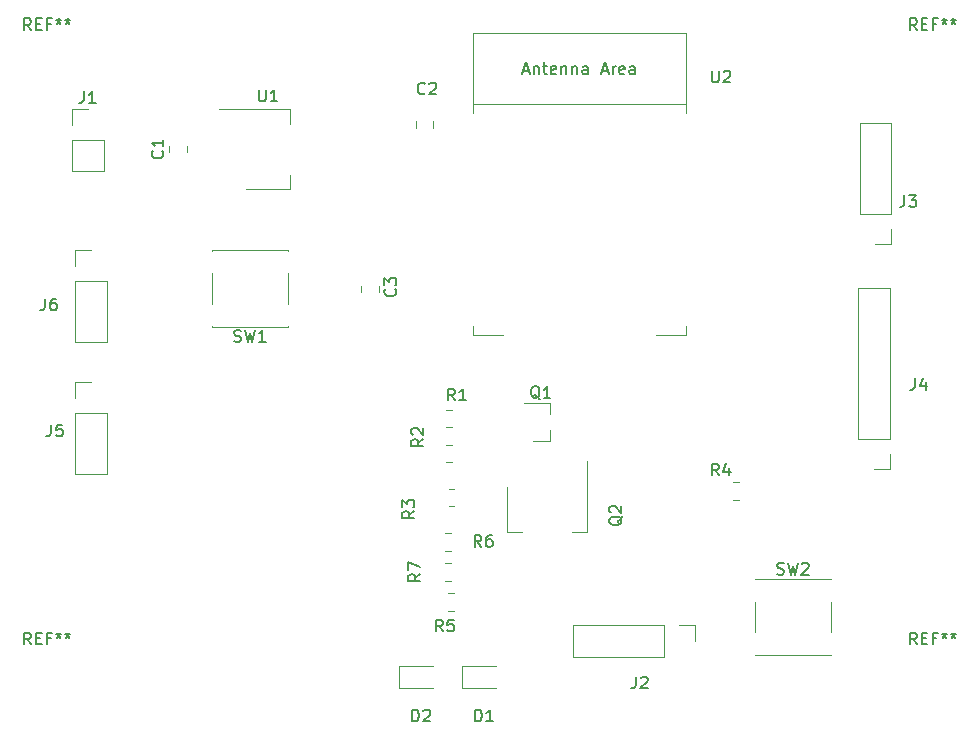
<source format=gbr>
%TF.GenerationSoftware,KiCad,Pcbnew,(5.1.2-1)-1*%
%TF.CreationDate,2022-01-27T07:40:46-05:00*%
%TF.ProjectId,project1-Juan,70726f6a-6563-4743-912d-4a75616e2e6b,rev?*%
%TF.SameCoordinates,Original*%
%TF.FileFunction,Legend,Top*%
%TF.FilePolarity,Positive*%
%FSLAX46Y46*%
G04 Gerber Fmt 4.6, Leading zero omitted, Abs format (unit mm)*
G04 Created by KiCad (PCBNEW (5.1.2-1)-1) date 2022-01-27 07:40:46*
%MOMM*%
%LPD*%
G04 APERTURE LIST*
%ADD10C,0.120000*%
%ADD11C,0.150000*%
G04 APERTURE END LIST*
D10*
%TO.C,Q2*%
X120758000Y-141696000D02*
X120758000Y-147706000D01*
X113938000Y-143946000D02*
X113938000Y-147706000D01*
X120758000Y-147706000D02*
X119498000Y-147706000D01*
X113938000Y-147706000D02*
X115198000Y-147706000D01*
%TO.C,R5*%
X108992936Y-152935000D02*
X109447064Y-152935000D01*
X108992936Y-154405000D02*
X109447064Y-154405000D01*
%TO.C,R6*%
X109198144Y-149319920D02*
X108744016Y-149319920D01*
X109198144Y-147849920D02*
X108744016Y-147849920D01*
%TO.C,R7*%
X108754176Y-151865000D02*
X109208304Y-151865000D01*
X108754176Y-150395000D02*
X109208304Y-150395000D01*
%TO.C,SW1*%
X88972000Y-130357000D02*
X88972000Y-130327000D01*
X88972000Y-123897000D02*
X88972000Y-123927000D01*
X95432000Y-123897000D02*
X95432000Y-123927000D01*
X95432000Y-130327000D02*
X95432000Y-130357000D01*
X88972000Y-128427000D02*
X88972000Y-125827000D01*
X95432000Y-130357000D02*
X88972000Y-130357000D01*
X95432000Y-128427000D02*
X95432000Y-125827000D01*
X95432000Y-123897000D02*
X88972000Y-123897000D01*
%TO.C,SW2*%
X134946000Y-158170000D02*
X141406000Y-158170000D01*
X134946000Y-153640000D02*
X134946000Y-156240000D01*
X134946000Y-151710000D02*
X141406000Y-151710000D01*
X141406000Y-153640000D02*
X141406000Y-156240000D01*
X134946000Y-151740000D02*
X134946000Y-151710000D01*
X134946000Y-158170000D02*
X134946000Y-158140000D01*
X141406000Y-158170000D02*
X141406000Y-158140000D01*
X141406000Y-151710000D02*
X141406000Y-151740000D01*
%TO.C,U1*%
X95636000Y-118726000D02*
X95636000Y-117466000D01*
X95636000Y-111906000D02*
X95636000Y-113166000D01*
X91876000Y-118726000D02*
X95636000Y-118726000D01*
X89626000Y-111906000D02*
X95636000Y-111906000D01*
%TO.C,J6*%
X77410000Y-131632000D02*
X80070000Y-131632000D01*
X77410000Y-126492000D02*
X77410000Y-131632000D01*
X80070000Y-126492000D02*
X80070000Y-131632000D01*
X77410000Y-126492000D02*
X80070000Y-126492000D01*
X77410000Y-125222000D02*
X77410000Y-123892000D01*
X77410000Y-123892000D02*
X78740000Y-123892000D01*
%TO.C,Q1*%
X117600000Y-140010000D02*
X117600000Y-139080000D01*
X117600000Y-136850000D02*
X117600000Y-137780000D01*
X117600000Y-136850000D02*
X115440000Y-136850000D01*
X117600000Y-140010000D02*
X116140000Y-140010000D01*
%TO.C,R1*%
X108835937Y-138870001D02*
X109290065Y-138870001D01*
X108835937Y-137400001D02*
X109290065Y-137400001D01*
%TO.C,R2*%
X108835937Y-140350001D02*
X109290065Y-140350001D01*
X108835937Y-141820001D02*
X109290065Y-141820001D01*
%TO.C,R3*%
X109069136Y-144050080D02*
X109523264Y-144050080D01*
X109069136Y-145520080D02*
X109523264Y-145520080D01*
%TO.C,R4*%
X133122936Y-145007000D02*
X133577064Y-145007000D01*
X133122936Y-143537000D02*
X133577064Y-143537000D01*
%TO.C,C2*%
X107699480Y-113484292D02*
X107699480Y-112961788D01*
X106229480Y-113484292D02*
X106229480Y-112961788D01*
%TO.C,J3*%
X146491000Y-113097000D02*
X143831000Y-113097000D01*
X146491000Y-120777000D02*
X146491000Y-113097000D01*
X143831000Y-120777000D02*
X143831000Y-113097000D01*
X146491000Y-120777000D02*
X143831000Y-120777000D01*
X146491000Y-122047000D02*
X146491000Y-123377000D01*
X146491000Y-123377000D02*
X145161000Y-123377000D01*
%TO.C,D2*%
X107680000Y-159060000D02*
X104820000Y-159060000D01*
X104820000Y-159060000D02*
X104820000Y-160980000D01*
X104820000Y-160980000D02*
X107680000Y-160980000D01*
%TO.C,C3*%
X103097000Y-126887248D02*
X103097000Y-127409752D01*
X101627000Y-126887248D02*
X101627000Y-127409752D01*
%TO.C,C1*%
X86841000Y-115555752D02*
X86841000Y-115033248D01*
X85371000Y-115555752D02*
X85371000Y-115033248D01*
%TO.C,U2*%
X111096001Y-105516001D02*
X111096001Y-112266001D01*
X129096001Y-105516001D02*
X129096001Y-112266001D01*
X111096001Y-131016001D02*
X111846001Y-131016001D01*
X111096001Y-130266001D02*
X111096001Y-131016001D01*
X129096001Y-131016001D02*
X128346001Y-131016001D01*
X129096001Y-130266001D02*
X129096001Y-131016001D01*
X129096001Y-111456001D02*
X111096001Y-111456001D01*
X111096001Y-105516001D02*
X129096001Y-105516001D01*
X111846001Y-131016001D02*
X113596001Y-131016001D01*
X128346001Y-131016001D02*
X126596001Y-131016001D01*
%TO.C,J5*%
X77410000Y-135068000D02*
X78740000Y-135068000D01*
X77410000Y-136398000D02*
X77410000Y-135068000D01*
X77410000Y-137668000D02*
X80070000Y-137668000D01*
X80070000Y-137668000D02*
X80070000Y-142808000D01*
X77410000Y-137668000D02*
X77410000Y-142808000D01*
X77410000Y-142808000D02*
X80070000Y-142808000D01*
%TO.C,J4*%
X146364000Y-127067000D02*
X143704000Y-127067000D01*
X146364000Y-139827000D02*
X146364000Y-127067000D01*
X143704000Y-139827000D02*
X143704000Y-127067000D01*
X146364000Y-139827000D02*
X143704000Y-139827000D01*
X146364000Y-141097000D02*
X146364000Y-142427000D01*
X146364000Y-142427000D02*
X145034000Y-142427000D01*
%TO.C,J1*%
X77156000Y-117154000D02*
X79816000Y-117154000D01*
X77156000Y-114554000D02*
X77156000Y-117154000D01*
X79816000Y-114554000D02*
X79816000Y-117154000D01*
X77156000Y-114554000D02*
X79816000Y-114554000D01*
X77156000Y-113284000D02*
X77156000Y-111954000D01*
X77156000Y-111954000D02*
X78486000Y-111954000D01*
%TO.C,J2*%
X129854000Y-155642000D02*
X129854000Y-156972000D01*
X128524000Y-155642000D02*
X129854000Y-155642000D01*
X127254000Y-155642000D02*
X127254000Y-158302000D01*
X127254000Y-158302000D02*
X119574000Y-158302000D01*
X127254000Y-155642000D02*
X119574000Y-155642000D01*
X119574000Y-155642000D02*
X119574000Y-158302000D01*
%TO.C,D1*%
X110145000Y-160980000D02*
X113005000Y-160980000D01*
X110145000Y-159060000D02*
X110145000Y-160980000D01*
X113005000Y-159060000D02*
X110145000Y-159060000D01*
%TO.C,Q2*%
D11*
X123737619Y-146399238D02*
X123690000Y-146494476D01*
X123594761Y-146589714D01*
X123451904Y-146732571D01*
X123404285Y-146827809D01*
X123404285Y-146923047D01*
X123642380Y-146875428D02*
X123594761Y-146970666D01*
X123499523Y-147065904D01*
X123309047Y-147113523D01*
X122975714Y-147113523D01*
X122785238Y-147065904D01*
X122690000Y-146970666D01*
X122642380Y-146875428D01*
X122642380Y-146684952D01*
X122690000Y-146589714D01*
X122785238Y-146494476D01*
X122975714Y-146446857D01*
X123309047Y-146446857D01*
X123499523Y-146494476D01*
X123594761Y-146589714D01*
X123642380Y-146684952D01*
X123642380Y-146875428D01*
X122737619Y-146065904D02*
X122690000Y-146018285D01*
X122642380Y-145923047D01*
X122642380Y-145684952D01*
X122690000Y-145589714D01*
X122737619Y-145542095D01*
X122832857Y-145494476D01*
X122928095Y-145494476D01*
X123070952Y-145542095D01*
X123642380Y-146113523D01*
X123642380Y-145494476D01*
%TO.C,REF\002A\002A*%
X148666666Y-157252380D02*
X148333333Y-156776190D01*
X148095238Y-157252380D02*
X148095238Y-156252380D01*
X148476190Y-156252380D01*
X148571428Y-156300000D01*
X148619047Y-156347619D01*
X148666666Y-156442857D01*
X148666666Y-156585714D01*
X148619047Y-156680952D01*
X148571428Y-156728571D01*
X148476190Y-156776190D01*
X148095238Y-156776190D01*
X149095238Y-156728571D02*
X149428571Y-156728571D01*
X149571428Y-157252380D02*
X149095238Y-157252380D01*
X149095238Y-156252380D01*
X149571428Y-156252380D01*
X150333333Y-156728571D02*
X150000000Y-156728571D01*
X150000000Y-157252380D02*
X150000000Y-156252380D01*
X150476190Y-156252380D01*
X151000000Y-156252380D02*
X151000000Y-156490476D01*
X150761904Y-156395238D02*
X151000000Y-156490476D01*
X151238095Y-156395238D01*
X150857142Y-156680952D02*
X151000000Y-156490476D01*
X151142857Y-156680952D01*
X151761904Y-156252380D02*
X151761904Y-156490476D01*
X151523809Y-156395238D02*
X151761904Y-156490476D01*
X152000000Y-156395238D01*
X151619047Y-156680952D02*
X151761904Y-156490476D01*
X151904761Y-156680952D01*
X148666666Y-105252380D02*
X148333333Y-104776190D01*
X148095238Y-105252380D02*
X148095238Y-104252380D01*
X148476190Y-104252380D01*
X148571428Y-104300000D01*
X148619047Y-104347619D01*
X148666666Y-104442857D01*
X148666666Y-104585714D01*
X148619047Y-104680952D01*
X148571428Y-104728571D01*
X148476190Y-104776190D01*
X148095238Y-104776190D01*
X149095238Y-104728571D02*
X149428571Y-104728571D01*
X149571428Y-105252380D02*
X149095238Y-105252380D01*
X149095238Y-104252380D01*
X149571428Y-104252380D01*
X150333333Y-104728571D02*
X150000000Y-104728571D01*
X150000000Y-105252380D02*
X150000000Y-104252380D01*
X150476190Y-104252380D01*
X151000000Y-104252380D02*
X151000000Y-104490476D01*
X150761904Y-104395238D02*
X151000000Y-104490476D01*
X151238095Y-104395238D01*
X150857142Y-104680952D02*
X151000000Y-104490476D01*
X151142857Y-104680952D01*
X151761904Y-104252380D02*
X151761904Y-104490476D01*
X151523809Y-104395238D02*
X151761904Y-104490476D01*
X152000000Y-104395238D01*
X151619047Y-104680952D02*
X151761904Y-104490476D01*
X151904761Y-104680952D01*
X73666666Y-105252380D02*
X73333333Y-104776190D01*
X73095238Y-105252380D02*
X73095238Y-104252380D01*
X73476190Y-104252380D01*
X73571428Y-104300000D01*
X73619047Y-104347619D01*
X73666666Y-104442857D01*
X73666666Y-104585714D01*
X73619047Y-104680952D01*
X73571428Y-104728571D01*
X73476190Y-104776190D01*
X73095238Y-104776190D01*
X74095238Y-104728571D02*
X74428571Y-104728571D01*
X74571428Y-105252380D02*
X74095238Y-105252380D01*
X74095238Y-104252380D01*
X74571428Y-104252380D01*
X75333333Y-104728571D02*
X75000000Y-104728571D01*
X75000000Y-105252380D02*
X75000000Y-104252380D01*
X75476190Y-104252380D01*
X76000000Y-104252380D02*
X76000000Y-104490476D01*
X75761904Y-104395238D02*
X76000000Y-104490476D01*
X76238095Y-104395238D01*
X75857142Y-104680952D02*
X76000000Y-104490476D01*
X76142857Y-104680952D01*
X76761904Y-104252380D02*
X76761904Y-104490476D01*
X76523809Y-104395238D02*
X76761904Y-104490476D01*
X77000000Y-104395238D01*
X76619047Y-104680952D02*
X76761904Y-104490476D01*
X76904761Y-104680952D01*
%TO.C,*%
%TO.C,REF\002A\002A*%
X73666666Y-157252380D02*
X73333333Y-156776190D01*
X73095238Y-157252380D02*
X73095238Y-156252380D01*
X73476190Y-156252380D01*
X73571428Y-156300000D01*
X73619047Y-156347619D01*
X73666666Y-156442857D01*
X73666666Y-156585714D01*
X73619047Y-156680952D01*
X73571428Y-156728571D01*
X73476190Y-156776190D01*
X73095238Y-156776190D01*
X74095238Y-156728571D02*
X74428571Y-156728571D01*
X74571428Y-157252380D02*
X74095238Y-157252380D01*
X74095238Y-156252380D01*
X74571428Y-156252380D01*
X75333333Y-156728571D02*
X75000000Y-156728571D01*
X75000000Y-157252380D02*
X75000000Y-156252380D01*
X75476190Y-156252380D01*
X76000000Y-156252380D02*
X76000000Y-156490476D01*
X75761904Y-156395238D02*
X76000000Y-156490476D01*
X76238095Y-156395238D01*
X75857142Y-156680952D02*
X76000000Y-156490476D01*
X76142857Y-156680952D01*
X76761904Y-156252380D02*
X76761904Y-156490476D01*
X76523809Y-156395238D02*
X76761904Y-156490476D01*
X77000000Y-156395238D01*
X76619047Y-156680952D02*
X76761904Y-156490476D01*
X76904761Y-156680952D01*
%TO.C,R5*%
X108545333Y-156154380D02*
X108212000Y-155678190D01*
X107973904Y-156154380D02*
X107973904Y-155154380D01*
X108354857Y-155154380D01*
X108450095Y-155202000D01*
X108497714Y-155249619D01*
X108545333Y-155344857D01*
X108545333Y-155487714D01*
X108497714Y-155582952D01*
X108450095Y-155630571D01*
X108354857Y-155678190D01*
X107973904Y-155678190D01*
X109450095Y-155154380D02*
X108973904Y-155154380D01*
X108926285Y-155630571D01*
X108973904Y-155582952D01*
X109069142Y-155535333D01*
X109307238Y-155535333D01*
X109402476Y-155582952D01*
X109450095Y-155630571D01*
X109497714Y-155725809D01*
X109497714Y-155963904D01*
X109450095Y-156059142D01*
X109402476Y-156106761D01*
X109307238Y-156154380D01*
X109069142Y-156154380D01*
X108973904Y-156106761D01*
X108926285Y-156059142D01*
%TO.C,R6*%
X111801613Y-148981420D02*
X111468280Y-148505230D01*
X111230184Y-148981420D02*
X111230184Y-147981420D01*
X111611137Y-147981420D01*
X111706375Y-148029040D01*
X111753994Y-148076659D01*
X111801613Y-148171897D01*
X111801613Y-148314754D01*
X111753994Y-148409992D01*
X111706375Y-148457611D01*
X111611137Y-148505230D01*
X111230184Y-148505230D01*
X112658756Y-147981420D02*
X112468280Y-147981420D01*
X112373041Y-148029040D01*
X112325422Y-148076659D01*
X112230184Y-148219516D01*
X112182565Y-148409992D01*
X112182565Y-148790944D01*
X112230184Y-148886182D01*
X112277803Y-148933801D01*
X112373041Y-148981420D01*
X112563518Y-148981420D01*
X112658756Y-148933801D01*
X112706375Y-148886182D01*
X112753994Y-148790944D01*
X112753994Y-148552849D01*
X112706375Y-148457611D01*
X112658756Y-148409992D01*
X112563518Y-148362373D01*
X112373041Y-148362373D01*
X112277803Y-148409992D01*
X112230184Y-148457611D01*
X112182565Y-148552849D01*
%TO.C,R7*%
X106624380Y-151296666D02*
X106148190Y-151630000D01*
X106624380Y-151868095D02*
X105624380Y-151868095D01*
X105624380Y-151487142D01*
X105672000Y-151391904D01*
X105719619Y-151344285D01*
X105814857Y-151296666D01*
X105957714Y-151296666D01*
X106052952Y-151344285D01*
X106100571Y-151391904D01*
X106148190Y-151487142D01*
X106148190Y-151868095D01*
X105624380Y-150963333D02*
X105624380Y-150296666D01*
X106624380Y-150725238D01*
%TO.C,SW1*%
X90868666Y-131581761D02*
X91011523Y-131629380D01*
X91249619Y-131629380D01*
X91344857Y-131581761D01*
X91392476Y-131534142D01*
X91440095Y-131438904D01*
X91440095Y-131343666D01*
X91392476Y-131248428D01*
X91344857Y-131200809D01*
X91249619Y-131153190D01*
X91059142Y-131105571D01*
X90963904Y-131057952D01*
X90916285Y-131010333D01*
X90868666Y-130915095D01*
X90868666Y-130819857D01*
X90916285Y-130724619D01*
X90963904Y-130677000D01*
X91059142Y-130629380D01*
X91297238Y-130629380D01*
X91440095Y-130677000D01*
X91773428Y-130629380D02*
X92011523Y-131629380D01*
X92202000Y-130915095D01*
X92392476Y-131629380D01*
X92630571Y-130629380D01*
X93535333Y-131629380D02*
X92963904Y-131629380D01*
X93249619Y-131629380D02*
X93249619Y-130629380D01*
X93154380Y-130772238D01*
X93059142Y-130867476D01*
X92963904Y-130915095D01*
%TO.C,SW2*%
X136842666Y-151294761D02*
X136985523Y-151342380D01*
X137223619Y-151342380D01*
X137318857Y-151294761D01*
X137366476Y-151247142D01*
X137414095Y-151151904D01*
X137414095Y-151056666D01*
X137366476Y-150961428D01*
X137318857Y-150913809D01*
X137223619Y-150866190D01*
X137033142Y-150818571D01*
X136937904Y-150770952D01*
X136890285Y-150723333D01*
X136842666Y-150628095D01*
X136842666Y-150532857D01*
X136890285Y-150437619D01*
X136937904Y-150390000D01*
X137033142Y-150342380D01*
X137271238Y-150342380D01*
X137414095Y-150390000D01*
X137747428Y-150342380D02*
X137985523Y-151342380D01*
X138176000Y-150628095D01*
X138366476Y-151342380D01*
X138604571Y-150342380D01*
X138937904Y-150437619D02*
X138985523Y-150390000D01*
X139080761Y-150342380D01*
X139318857Y-150342380D01*
X139414095Y-150390000D01*
X139461714Y-150437619D01*
X139509333Y-150532857D01*
X139509333Y-150628095D01*
X139461714Y-150770952D01*
X138890285Y-151342380D01*
X139509333Y-151342380D01*
%TO.C,U1*%
X92964095Y-110268380D02*
X92964095Y-111077904D01*
X93011714Y-111173142D01*
X93059333Y-111220761D01*
X93154571Y-111268380D01*
X93345047Y-111268380D01*
X93440285Y-111220761D01*
X93487904Y-111173142D01*
X93535523Y-111077904D01*
X93535523Y-110268380D01*
X94535523Y-111268380D02*
X93964095Y-111268380D01*
X94249809Y-111268380D02*
X94249809Y-110268380D01*
X94154571Y-110411238D01*
X94059333Y-110506476D01*
X93964095Y-110554095D01*
%TO.C,J6*%
X74850666Y-127976380D02*
X74850666Y-128690666D01*
X74803047Y-128833523D01*
X74707809Y-128928761D01*
X74564952Y-128976380D01*
X74469714Y-128976380D01*
X75755428Y-127976380D02*
X75564952Y-127976380D01*
X75469714Y-128024000D01*
X75422095Y-128071619D01*
X75326857Y-128214476D01*
X75279238Y-128404952D01*
X75279238Y-128785904D01*
X75326857Y-128881142D01*
X75374476Y-128928761D01*
X75469714Y-128976380D01*
X75660190Y-128976380D01*
X75755428Y-128928761D01*
X75803047Y-128881142D01*
X75850666Y-128785904D01*
X75850666Y-128547809D01*
X75803047Y-128452571D01*
X75755428Y-128404952D01*
X75660190Y-128357333D01*
X75469714Y-128357333D01*
X75374476Y-128404952D01*
X75326857Y-128452571D01*
X75279238Y-128547809D01*
%TO.C,Q1*%
X116744761Y-136477619D02*
X116649523Y-136430000D01*
X116554285Y-136334761D01*
X116411428Y-136191904D01*
X116316190Y-136144285D01*
X116220952Y-136144285D01*
X116268571Y-136382380D02*
X116173333Y-136334761D01*
X116078095Y-136239523D01*
X116030476Y-136049047D01*
X116030476Y-135715714D01*
X116078095Y-135525238D01*
X116173333Y-135430000D01*
X116268571Y-135382380D01*
X116459047Y-135382380D01*
X116554285Y-135430000D01*
X116649523Y-135525238D01*
X116697142Y-135715714D01*
X116697142Y-136049047D01*
X116649523Y-136239523D01*
X116554285Y-136334761D01*
X116459047Y-136382380D01*
X116268571Y-136382380D01*
X117649523Y-136382380D02*
X117078095Y-136382380D01*
X117363809Y-136382380D02*
X117363809Y-135382380D01*
X117268571Y-135525238D01*
X117173333Y-135620476D01*
X117078095Y-135668095D01*
%TO.C,R1*%
X109561333Y-136596380D02*
X109228000Y-136120190D01*
X108989904Y-136596380D02*
X108989904Y-135596380D01*
X109370857Y-135596380D01*
X109466095Y-135644000D01*
X109513714Y-135691619D01*
X109561333Y-135786857D01*
X109561333Y-135929714D01*
X109513714Y-136024952D01*
X109466095Y-136072571D01*
X109370857Y-136120190D01*
X108989904Y-136120190D01*
X110513714Y-136596380D02*
X109942285Y-136596380D01*
X110228000Y-136596380D02*
X110228000Y-135596380D01*
X110132761Y-135739238D01*
X110037523Y-135834476D01*
X109942285Y-135882095D01*
%TO.C,R2*%
X106878380Y-139866666D02*
X106402190Y-140200000D01*
X106878380Y-140438095D02*
X105878380Y-140438095D01*
X105878380Y-140057142D01*
X105926000Y-139961904D01*
X105973619Y-139914285D01*
X106068857Y-139866666D01*
X106211714Y-139866666D01*
X106306952Y-139914285D01*
X106354571Y-139961904D01*
X106402190Y-140057142D01*
X106402190Y-140438095D01*
X105973619Y-139485714D02*
X105926000Y-139438095D01*
X105878380Y-139342857D01*
X105878380Y-139104761D01*
X105926000Y-139009523D01*
X105973619Y-138961904D01*
X106068857Y-138914285D01*
X106164095Y-138914285D01*
X106306952Y-138961904D01*
X106878380Y-139533333D01*
X106878380Y-138914285D01*
%TO.C,R3*%
X106116380Y-145962666D02*
X105640190Y-146296000D01*
X106116380Y-146534095D02*
X105116380Y-146534095D01*
X105116380Y-146153142D01*
X105164000Y-146057904D01*
X105211619Y-146010285D01*
X105306857Y-145962666D01*
X105449714Y-145962666D01*
X105544952Y-146010285D01*
X105592571Y-146057904D01*
X105640190Y-146153142D01*
X105640190Y-146534095D01*
X105116380Y-145629333D02*
X105116380Y-145010285D01*
X105497333Y-145343619D01*
X105497333Y-145200761D01*
X105544952Y-145105523D01*
X105592571Y-145057904D01*
X105687809Y-145010285D01*
X105925904Y-145010285D01*
X106021142Y-145057904D01*
X106068761Y-145105523D01*
X106116380Y-145200761D01*
X106116380Y-145486476D01*
X106068761Y-145581714D01*
X106021142Y-145629333D01*
%TO.C,R4*%
X131913333Y-142946380D02*
X131580000Y-142470190D01*
X131341904Y-142946380D02*
X131341904Y-141946380D01*
X131722857Y-141946380D01*
X131818095Y-141994000D01*
X131865714Y-142041619D01*
X131913333Y-142136857D01*
X131913333Y-142279714D01*
X131865714Y-142374952D01*
X131818095Y-142422571D01*
X131722857Y-142470190D01*
X131341904Y-142470190D01*
X132770476Y-142279714D02*
X132770476Y-142946380D01*
X132532380Y-141898761D02*
X132294285Y-142613047D01*
X132913333Y-142613047D01*
%TO.C,C2*%
X107021333Y-110593142D02*
X106973714Y-110640761D01*
X106830857Y-110688380D01*
X106735619Y-110688380D01*
X106592761Y-110640761D01*
X106497523Y-110545523D01*
X106449904Y-110450285D01*
X106402285Y-110259809D01*
X106402285Y-110116952D01*
X106449904Y-109926476D01*
X106497523Y-109831238D01*
X106592761Y-109736000D01*
X106735619Y-109688380D01*
X106830857Y-109688380D01*
X106973714Y-109736000D01*
X107021333Y-109783619D01*
X107402285Y-109783619D02*
X107449904Y-109736000D01*
X107545142Y-109688380D01*
X107783238Y-109688380D01*
X107878476Y-109736000D01*
X107926095Y-109783619D01*
X107973714Y-109878857D01*
X107973714Y-109974095D01*
X107926095Y-110116952D01*
X107354666Y-110688380D01*
X107973714Y-110688380D01*
%TO.C,J3*%
X147621666Y-119213380D02*
X147621666Y-119927666D01*
X147574047Y-120070523D01*
X147478809Y-120165761D01*
X147335952Y-120213380D01*
X147240714Y-120213380D01*
X148002619Y-119213380D02*
X148621666Y-119213380D01*
X148288333Y-119594333D01*
X148431190Y-119594333D01*
X148526428Y-119641952D01*
X148574047Y-119689571D01*
X148621666Y-119784809D01*
X148621666Y-120022904D01*
X148574047Y-120118142D01*
X148526428Y-120165761D01*
X148431190Y-120213380D01*
X148145476Y-120213380D01*
X148050238Y-120165761D01*
X148002619Y-120118142D01*
%TO.C,D2*%
X105941904Y-163774380D02*
X105941904Y-162774380D01*
X106180000Y-162774380D01*
X106322857Y-162822000D01*
X106418095Y-162917238D01*
X106465714Y-163012476D01*
X106513333Y-163202952D01*
X106513333Y-163345809D01*
X106465714Y-163536285D01*
X106418095Y-163631523D01*
X106322857Y-163726761D01*
X106180000Y-163774380D01*
X105941904Y-163774380D01*
X106894285Y-162869619D02*
X106941904Y-162822000D01*
X107037142Y-162774380D01*
X107275238Y-162774380D01*
X107370476Y-162822000D01*
X107418095Y-162869619D01*
X107465714Y-162964857D01*
X107465714Y-163060095D01*
X107418095Y-163202952D01*
X106846666Y-163774380D01*
X107465714Y-163774380D01*
%TO.C,C3*%
X104497142Y-127166666D02*
X104544761Y-127214285D01*
X104592380Y-127357142D01*
X104592380Y-127452380D01*
X104544761Y-127595238D01*
X104449523Y-127690476D01*
X104354285Y-127738095D01*
X104163809Y-127785714D01*
X104020952Y-127785714D01*
X103830476Y-127738095D01*
X103735238Y-127690476D01*
X103640000Y-127595238D01*
X103592380Y-127452380D01*
X103592380Y-127357142D01*
X103640000Y-127214285D01*
X103687619Y-127166666D01*
X103592380Y-126833333D02*
X103592380Y-126214285D01*
X103973333Y-126547619D01*
X103973333Y-126404761D01*
X104020952Y-126309523D01*
X104068571Y-126261904D01*
X104163809Y-126214285D01*
X104401904Y-126214285D01*
X104497142Y-126261904D01*
X104544761Y-126309523D01*
X104592380Y-126404761D01*
X104592380Y-126690476D01*
X104544761Y-126785714D01*
X104497142Y-126833333D01*
%TO.C,C1*%
X84783142Y-115461166D02*
X84830761Y-115508785D01*
X84878380Y-115651642D01*
X84878380Y-115746880D01*
X84830761Y-115889738D01*
X84735523Y-115984976D01*
X84640285Y-116032595D01*
X84449809Y-116080214D01*
X84306952Y-116080214D01*
X84116476Y-116032595D01*
X84021238Y-115984976D01*
X83926000Y-115889738D01*
X83878380Y-115746880D01*
X83878380Y-115651642D01*
X83926000Y-115508785D01*
X83973619Y-115461166D01*
X84878380Y-114508785D02*
X84878380Y-115080214D01*
X84878380Y-114794500D02*
X83878380Y-114794500D01*
X84021238Y-114889738D01*
X84116476Y-114984976D01*
X84164095Y-115080214D01*
%TO.C,U2*%
X131318095Y-108672380D02*
X131318095Y-109481904D01*
X131365714Y-109577142D01*
X131413333Y-109624761D01*
X131508571Y-109672380D01*
X131699047Y-109672380D01*
X131794285Y-109624761D01*
X131841904Y-109577142D01*
X131889523Y-109481904D01*
X131889523Y-108672380D01*
X132318095Y-108767619D02*
X132365714Y-108720000D01*
X132460952Y-108672380D01*
X132699047Y-108672380D01*
X132794285Y-108720000D01*
X132841904Y-108767619D01*
X132889523Y-108862857D01*
X132889523Y-108958095D01*
X132841904Y-109100952D01*
X132270476Y-109672380D01*
X132889523Y-109672380D01*
X115334096Y-108682667D02*
X115810286Y-108682667D01*
X115238858Y-108968381D02*
X115572191Y-107968381D01*
X115905524Y-108968381D01*
X116238858Y-108301715D02*
X116238858Y-108968381D01*
X116238858Y-108396953D02*
X116286477Y-108349334D01*
X116381715Y-108301715D01*
X116524572Y-108301715D01*
X116619810Y-108349334D01*
X116667429Y-108444572D01*
X116667429Y-108968381D01*
X117000762Y-108301715D02*
X117381715Y-108301715D01*
X117143620Y-107968381D02*
X117143620Y-108825524D01*
X117191239Y-108920762D01*
X117286477Y-108968381D01*
X117381715Y-108968381D01*
X118096001Y-108920762D02*
X118000762Y-108968381D01*
X117810286Y-108968381D01*
X117715048Y-108920762D01*
X117667429Y-108825524D01*
X117667429Y-108444572D01*
X117715048Y-108349334D01*
X117810286Y-108301715D01*
X118000762Y-108301715D01*
X118096001Y-108349334D01*
X118143620Y-108444572D01*
X118143620Y-108539810D01*
X117667429Y-108635048D01*
X118572191Y-108301715D02*
X118572191Y-108968381D01*
X118572191Y-108396953D02*
X118619810Y-108349334D01*
X118715048Y-108301715D01*
X118857905Y-108301715D01*
X118953143Y-108349334D01*
X119000762Y-108444572D01*
X119000762Y-108968381D01*
X119476953Y-108301715D02*
X119476953Y-108968381D01*
X119476953Y-108396953D02*
X119524572Y-108349334D01*
X119619810Y-108301715D01*
X119762667Y-108301715D01*
X119857905Y-108349334D01*
X119905524Y-108444572D01*
X119905524Y-108968381D01*
X120810286Y-108968381D02*
X120810286Y-108444572D01*
X120762667Y-108349334D01*
X120667429Y-108301715D01*
X120476953Y-108301715D01*
X120381715Y-108349334D01*
X120810286Y-108920762D02*
X120715048Y-108968381D01*
X120476953Y-108968381D01*
X120381715Y-108920762D01*
X120334096Y-108825524D01*
X120334096Y-108730286D01*
X120381715Y-108635048D01*
X120476953Y-108587429D01*
X120715048Y-108587429D01*
X120810286Y-108539810D01*
X122000762Y-108682667D02*
X122476953Y-108682667D01*
X121905524Y-108968381D02*
X122238858Y-107968381D01*
X122572191Y-108968381D01*
X122905524Y-108968381D02*
X122905524Y-108301715D01*
X122905524Y-108492191D02*
X122953143Y-108396953D01*
X123000762Y-108349334D01*
X123096001Y-108301715D01*
X123191239Y-108301715D01*
X123905524Y-108920762D02*
X123810286Y-108968381D01*
X123619810Y-108968381D01*
X123524572Y-108920762D01*
X123476953Y-108825524D01*
X123476953Y-108444572D01*
X123524572Y-108349334D01*
X123619810Y-108301715D01*
X123810286Y-108301715D01*
X123905524Y-108349334D01*
X123953143Y-108444572D01*
X123953143Y-108539810D01*
X123476953Y-108635048D01*
X124810286Y-108968381D02*
X124810286Y-108444572D01*
X124762667Y-108349334D01*
X124667429Y-108301715D01*
X124476953Y-108301715D01*
X124381715Y-108349334D01*
X124810286Y-108920762D02*
X124715048Y-108968381D01*
X124476953Y-108968381D01*
X124381715Y-108920762D01*
X124334096Y-108825524D01*
X124334096Y-108730286D01*
X124381715Y-108635048D01*
X124476953Y-108587429D01*
X124715048Y-108587429D01*
X124810286Y-108539810D01*
%TO.C,J5*%
X75358666Y-138644380D02*
X75358666Y-139358666D01*
X75311047Y-139501523D01*
X75215809Y-139596761D01*
X75072952Y-139644380D01*
X74977714Y-139644380D01*
X76311047Y-138644380D02*
X75834857Y-138644380D01*
X75787238Y-139120571D01*
X75834857Y-139072952D01*
X75930095Y-139025333D01*
X76168190Y-139025333D01*
X76263428Y-139072952D01*
X76311047Y-139120571D01*
X76358666Y-139215809D01*
X76358666Y-139453904D01*
X76311047Y-139549142D01*
X76263428Y-139596761D01*
X76168190Y-139644380D01*
X75930095Y-139644380D01*
X75834857Y-139596761D01*
X75787238Y-139549142D01*
%TO.C,J4*%
X148510666Y-134707380D02*
X148510666Y-135421666D01*
X148463047Y-135564523D01*
X148367809Y-135659761D01*
X148224952Y-135707380D01*
X148129714Y-135707380D01*
X149415428Y-135040714D02*
X149415428Y-135707380D01*
X149177333Y-134659761D02*
X148939238Y-135374047D01*
X149558285Y-135374047D01*
%TO.C,J1*%
X78152666Y-110406380D02*
X78152666Y-111120666D01*
X78105047Y-111263523D01*
X78009809Y-111358761D01*
X77866952Y-111406380D01*
X77771714Y-111406380D01*
X79152666Y-111406380D02*
X78581238Y-111406380D01*
X78866952Y-111406380D02*
X78866952Y-110406380D01*
X78771714Y-110549238D01*
X78676476Y-110644476D01*
X78581238Y-110692095D01*
%TO.C,J2*%
X124888666Y-159980380D02*
X124888666Y-160694666D01*
X124841047Y-160837523D01*
X124745809Y-160932761D01*
X124602952Y-160980380D01*
X124507714Y-160980380D01*
X125317238Y-160075619D02*
X125364857Y-160028000D01*
X125460095Y-159980380D01*
X125698190Y-159980380D01*
X125793428Y-160028000D01*
X125841047Y-160075619D01*
X125888666Y-160170857D01*
X125888666Y-160266095D01*
X125841047Y-160408952D01*
X125269619Y-160980380D01*
X125888666Y-160980380D01*
%TO.C,D1*%
X111275904Y-163774380D02*
X111275904Y-162774380D01*
X111514000Y-162774380D01*
X111656857Y-162822000D01*
X111752095Y-162917238D01*
X111799714Y-163012476D01*
X111847333Y-163202952D01*
X111847333Y-163345809D01*
X111799714Y-163536285D01*
X111752095Y-163631523D01*
X111656857Y-163726761D01*
X111514000Y-163774380D01*
X111275904Y-163774380D01*
X112799714Y-163774380D02*
X112228285Y-163774380D01*
X112514000Y-163774380D02*
X112514000Y-162774380D01*
X112418761Y-162917238D01*
X112323523Y-163012476D01*
X112228285Y-163060095D01*
%TD*%
M02*

</source>
